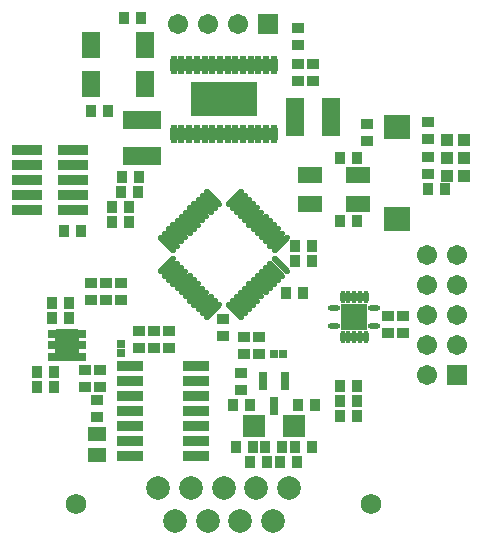
<source format=gts>
G04*
G04 #@! TF.GenerationSoftware,Altium Limited,Altium Designer,20.0.13 (296)*
G04*
G04 Layer_Color=8388736*
%FSLAX25Y25*%
%MOIN*%
G70*
G01*
G75*
%ADD43R,0.08674X0.07887*%
%ADD44R,0.03753X0.03950*%
%ADD45R,0.03950X0.03950*%
%ADD46R,0.03950X0.03753*%
%ADD47R,0.08674X0.08674*%
%ADD48O,0.04147X0.01981*%
%ADD49O,0.01981X0.04147*%
%ADD50R,0.07887X0.05524*%
%ADD51R,0.10249X0.03792*%
%ADD52R,0.22453X0.11824*%
%ADD53O,0.02572X0.06312*%
%ADD54R,0.06300X0.05000*%
%ADD55R,0.02572X0.02572*%
%ADD56R,0.06300X0.08800*%
%ADD57R,0.12800X0.06200*%
%ADD58R,0.06200X0.12800*%
G04:AMPARAMS|DCode=59|XSize=19.81mil|YSize=78.87mil|CornerRadius=0mil|HoleSize=0mil|Usage=FLASHONLY|Rotation=315.000|XOffset=0mil|YOffset=0mil|HoleType=Round|Shape=Round|*
%AMOVALD59*
21,1,0.05906,0.01981,0.00000,0.00000,45.0*
1,1,0.01981,-0.02088,-0.02088*
1,1,0.01981,0.02088,0.02088*
%
%ADD59OVALD59*%

G04:AMPARAMS|DCode=60|XSize=19.81mil|YSize=78.87mil|CornerRadius=0mil|HoleSize=0mil|Usage=FLASHONLY|Rotation=225.000|XOffset=0mil|YOffset=0mil|HoleType=Round|Shape=Round|*
%AMOVALD60*
21,1,0.05906,0.01981,0.00000,0.00000,315.0*
1,1,0.01981,-0.02088,0.02088*
1,1,0.01981,0.02088,-0.02088*
%
%ADD60OVALD60*%

%ADD61R,0.08800X0.03400*%
G04:AMPARAMS|DCode=62|XSize=76.9mil|YSize=106.42mil|CornerRadius=7.45mil|HoleSize=0mil|Usage=FLASHONLY|Rotation=180.000|XOffset=0mil|YOffset=0mil|HoleType=Round|Shape=RoundedRectangle|*
%AMROUNDEDRECTD62*
21,1,0.07690,0.09153,0,0,180.0*
21,1,0.06201,0.10642,0,0,180.0*
1,1,0.01489,-0.03100,0.04577*
1,1,0.01489,0.03100,0.04577*
1,1,0.01489,0.03100,-0.04577*
1,1,0.01489,-0.03100,-0.04577*
%
%ADD62ROUNDEDRECTD62*%
%ADD63R,0.02769X0.02572*%
%ADD64R,0.02572X0.02572*%
%ADD65R,0.03162X0.05918*%
%ADD66R,0.07200X0.07800*%
%ADD67C,0.06706*%
%ADD68R,0.06706X0.06706*%
%ADD69C,0.07887*%
%ADD70C,0.06800*%
%ADD71R,0.06706X0.06706*%
D43*
X141000Y125854D02*
D03*
Y95146D02*
D03*
D44*
X151476Y104984D02*
D03*
X157185D02*
D03*
X122146Y39500D02*
D03*
X127854D02*
D03*
X122146Y29500D02*
D03*
X127854D02*
D03*
X122146Y34500D02*
D03*
X127854D02*
D03*
X122146Y94500D02*
D03*
X127854D02*
D03*
Y115500D02*
D03*
X122146D02*
D03*
X35854Y91000D02*
D03*
X30146D02*
D03*
X107146Y86000D02*
D03*
X112854D02*
D03*
X107146Y81000D02*
D03*
X112854D02*
D03*
X109854Y70500D02*
D03*
X104146D02*
D03*
X26854Y44000D02*
D03*
X21146D02*
D03*
X26854Y39000D02*
D03*
X21146D02*
D03*
X26000Y62000D02*
D03*
X31709D02*
D03*
X26000Y67000D02*
D03*
X31709D02*
D03*
X44854Y131000D02*
D03*
X39146D02*
D03*
X54854Y104000D02*
D03*
X49146D02*
D03*
X55000Y109000D02*
D03*
X49291D02*
D03*
X51854Y99000D02*
D03*
X46146D02*
D03*
X51854Y94000D02*
D03*
X46146D02*
D03*
X50146Y162000D02*
D03*
X55854D02*
D03*
X93000Y19000D02*
D03*
X87291D02*
D03*
X107000D02*
D03*
X112709D02*
D03*
X92146Y14000D02*
D03*
X97854D02*
D03*
X92000Y33000D02*
D03*
X86291D02*
D03*
X102854Y19000D02*
D03*
X97146D02*
D03*
X107709Y14000D02*
D03*
X102000D02*
D03*
X108000Y33000D02*
D03*
X113709D02*
D03*
D45*
X157547Y121500D02*
D03*
X163453D02*
D03*
X157547Y115500D02*
D03*
X163453D02*
D03*
X157547Y109500D02*
D03*
X163453D02*
D03*
D46*
X151500Y121646D02*
D03*
Y127354D02*
D03*
Y110146D02*
D03*
Y115854D02*
D03*
X143000Y57146D02*
D03*
Y62854D02*
D03*
X138000Y57146D02*
D03*
Y62854D02*
D03*
X44000Y73854D02*
D03*
Y68146D02*
D03*
X131000Y121146D02*
D03*
Y126854D02*
D03*
X83000Y61854D02*
D03*
Y56146D02*
D03*
X49000Y73854D02*
D03*
Y68146D02*
D03*
X39000Y73854D02*
D03*
Y68146D02*
D03*
X41000Y29146D02*
D03*
Y34854D02*
D03*
X37000Y39000D02*
D03*
Y44709D02*
D03*
X55000Y57854D02*
D03*
Y52146D02*
D03*
X42000Y39000D02*
D03*
Y44709D02*
D03*
X60000Y52146D02*
D03*
Y57854D02*
D03*
X65000D02*
D03*
Y52146D02*
D03*
X113000Y141000D02*
D03*
Y146709D02*
D03*
X108000Y146854D02*
D03*
Y141146D02*
D03*
Y158854D02*
D03*
Y153146D02*
D03*
X90000Y50146D02*
D03*
Y55854D02*
D03*
X95000Y50146D02*
D03*
Y55854D02*
D03*
X89000Y43854D02*
D03*
Y38146D02*
D03*
D47*
X126807Y62547D02*
D03*
D48*
X133500Y59595D02*
D03*
Y65500D02*
D03*
X120114D02*
D03*
Y59595D02*
D03*
D49*
X130744Y69240D02*
D03*
X128776D02*
D03*
X126807D02*
D03*
X124839D02*
D03*
X122870D02*
D03*
Y55854D02*
D03*
X124839D02*
D03*
X126807D02*
D03*
X128776D02*
D03*
X130744D02*
D03*
D50*
X127874Y100276D02*
D03*
X112126D02*
D03*
X127874Y109724D02*
D03*
X112126D02*
D03*
D51*
X33000Y98000D02*
D03*
Y103000D02*
D03*
Y108000D02*
D03*
Y113000D02*
D03*
Y118000D02*
D03*
X17646D02*
D03*
Y113000D02*
D03*
Y108000D02*
D03*
Y103000D02*
D03*
Y98000D02*
D03*
D52*
X83268Y135000D02*
D03*
D53*
X74311Y123386D02*
D03*
X76870D02*
D03*
X79429D02*
D03*
X81988D02*
D03*
X84547D02*
D03*
X87106D02*
D03*
X89665D02*
D03*
X92224D02*
D03*
X74311Y146614D02*
D03*
X76870D02*
D03*
X79429D02*
D03*
X81988D02*
D03*
X84547D02*
D03*
X87106D02*
D03*
X89665D02*
D03*
X92224D02*
D03*
X94784D02*
D03*
X97342D02*
D03*
X99902D02*
D03*
X94784Y123386D02*
D03*
X97342D02*
D03*
X99902D02*
D03*
X71752Y146614D02*
D03*
X69193D02*
D03*
X66634D02*
D03*
X71752Y123386D02*
D03*
X69193D02*
D03*
X66634D02*
D03*
D54*
X41000Y23500D02*
D03*
Y16500D02*
D03*
D55*
X49000Y50425D02*
D03*
Y53575D02*
D03*
D56*
X39100Y140000D02*
D03*
X56900D02*
D03*
Y153000D02*
D03*
X39100D02*
D03*
D57*
X56000Y116000D02*
D03*
Y128000D02*
D03*
D58*
X119000Y129000D02*
D03*
X107000D02*
D03*
D59*
X102198Y86887D02*
D03*
X100806Y88279D02*
D03*
X99414Y89671D02*
D03*
X98022Y91063D02*
D03*
X96630Y92454D02*
D03*
X95238Y93846D02*
D03*
X93846Y95238D02*
D03*
X92454Y96630D02*
D03*
X91063Y98022D02*
D03*
X89671Y99414D02*
D03*
X88279Y100806D02*
D03*
X86887Y102198D02*
D03*
X64337Y79649D02*
D03*
X65729Y78257D02*
D03*
X67121Y76865D02*
D03*
X68513Y75473D02*
D03*
X69905Y74081D02*
D03*
X71297Y72689D02*
D03*
X72689Y71297D02*
D03*
X74081Y69905D02*
D03*
X75473Y68513D02*
D03*
X76865Y67121D02*
D03*
X78257Y65729D02*
D03*
X79649Y64337D02*
D03*
D60*
Y102198D02*
D03*
X78257Y100806D02*
D03*
X76865Y99414D02*
D03*
X75473Y98022D02*
D03*
X74081Y96630D02*
D03*
X72689Y95238D02*
D03*
X71297Y93846D02*
D03*
X69905Y92454D02*
D03*
X68513Y91063D02*
D03*
X67121Y89671D02*
D03*
X65729Y88279D02*
D03*
X64337Y86887D02*
D03*
X86887Y64337D02*
D03*
X88279Y65729D02*
D03*
X89671Y67121D02*
D03*
X91063Y68513D02*
D03*
X92454Y69905D02*
D03*
X93846Y71297D02*
D03*
X95238Y72689D02*
D03*
X96630Y74081D02*
D03*
X98022Y75473D02*
D03*
X99414Y76865D02*
D03*
X100806Y78257D02*
D03*
X102198Y79649D02*
D03*
D61*
X52000Y46000D02*
D03*
Y41000D02*
D03*
Y36000D02*
D03*
X74000Y46000D02*
D03*
Y41000D02*
D03*
Y36000D02*
D03*
X52000Y31000D02*
D03*
Y26000D02*
D03*
Y21000D02*
D03*
X74000Y26000D02*
D03*
Y21000D02*
D03*
Y16000D02*
D03*
X52000D02*
D03*
X74000Y31000D02*
D03*
D62*
X31000Y53000D02*
D03*
D63*
X25882Y49260D02*
D03*
X36118Y56740D02*
D03*
Y49260D02*
D03*
X25882Y56740D02*
D03*
Y53000D02*
D03*
X36118Y53000D02*
D03*
D64*
X100000Y50000D02*
D03*
X103150D02*
D03*
D65*
X100000Y32866D02*
D03*
X96260Y41134D02*
D03*
X103740D02*
D03*
D66*
X106700Y26000D02*
D03*
X93300D02*
D03*
D67*
X161000Y83000D02*
D03*
X151000D02*
D03*
Y63000D02*
D03*
X161000D02*
D03*
X151000Y53000D02*
D03*
X161000D02*
D03*
X151000Y43000D02*
D03*
X161000Y73000D02*
D03*
X151000D02*
D03*
X88000Y160000D02*
D03*
X78000D02*
D03*
X68000D02*
D03*
D68*
X161000Y43000D02*
D03*
D69*
X99668Y-5600D02*
D03*
X88768D02*
D03*
X66968D02*
D03*
X77868D02*
D03*
X61468Y5600D02*
D03*
X72368D02*
D03*
X104968D02*
D03*
X94168D02*
D03*
X83268D02*
D03*
D70*
X132468Y0D02*
D03*
X34068D02*
D03*
D71*
X98000Y160000D02*
D03*
M02*

</source>
